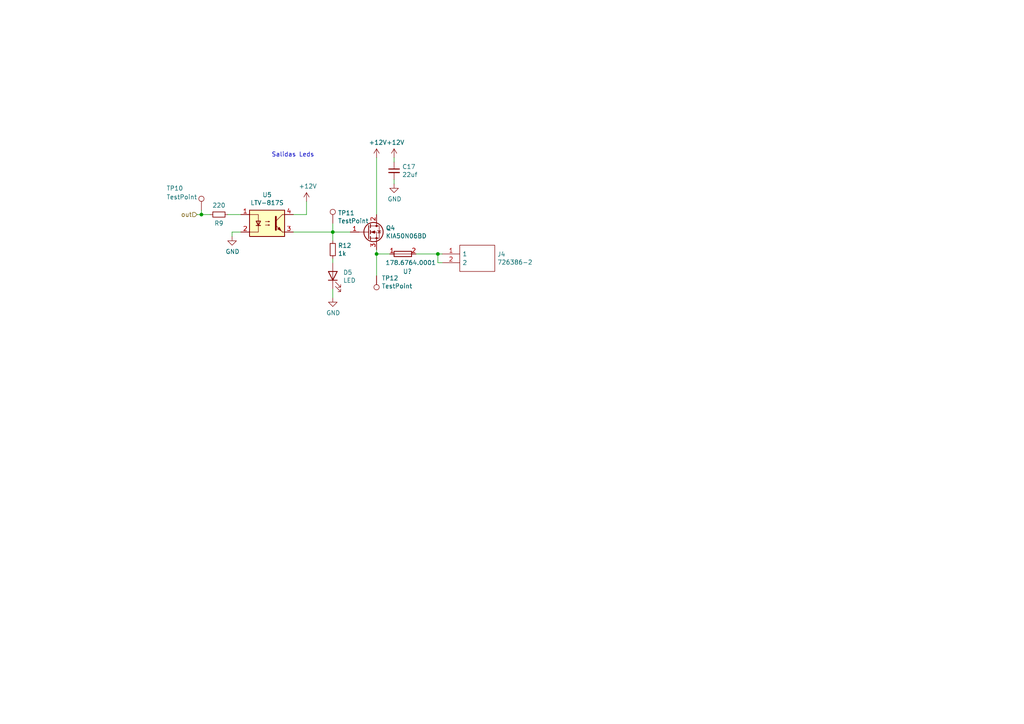
<source format=kicad_sch>
(kicad_sch (version 20230121) (generator eeschema)
  (paper "A4")
  (lib_symbols
    (symbol "Connector:TestPoint" (pin_numbers hide) (pin_names (offset 0.762) hide)
      (property "Reference" "TP" (at 0 6.858 0))
      (property "Value" "TestPoint" (at 0 5.08 0))
      (symbol "TestPoint_0_1"
        (circle (center 0 3.302) (radius 0.762))
      )
      (symbol "TestPoint_1_1"
        (pin passive line (at 0 0 90) (length 2.54) (name "1") (number "1"))
      )
    )
    (symbol "Device:C_Small" (pin_numbers hide) (pin_names (offset 0.254) hide)
      (property "Reference" "C" (at 0.254 1.778 0))
      (property "Value" "C_Small" (at 0.254 -2.032 0))
      (symbol "C_Small_0_1"
        (polyline (pts (xy -1.524 -0.508) (xy 1.524 -0.508)) (stroke (width 0.3302)))
        (polyline (pts (xy -1.524 0.508) (xy 1.524 0.508)) (stroke (width 0.3048)))
      )
      (symbol "C_Small_1_1"
        (pin passive line (at 0 2.54 270) (length 2.032) (name "~") (number "1"))
        (pin passive line (at 0 -2.54 90) (length 2.032) (name "~") (number "2"))
      )
    )
    (symbol "Device:LED" (pin_numbers hide) (pin_names (offset 1.016) hide)
      (property "Reference" "D" (at 0 2.54 0))
      (property "Value" "LED" (at 0 -2.54 0))
      (symbol "LED_0_1"
        (polyline (pts (xy -1.27 -1.27) (xy -1.27 1.27)) (stroke (width 0.254)))
        (polyline (pts (xy -1.27 0) (xy 1.27 0)))
        (polyline (pts (xy 1.27 -1.27) (xy 1.27 1.27) (xy -1.27 0) (xy 1.27 -1.27)) (stroke (width 0.254)))
        (polyline (pts (xy -3.048 -0.762) (xy -4.572 -2.286) (xy -3.81 -2.286) (xy -4.572 -2.286) (xy -4.572 -1.524)))
        (polyline (pts (xy -1.778 -0.762) (xy -3.302 -2.286) (xy -2.54 -2.286) (xy -3.302 -2.286) (xy -3.302 -1.524)))
      )
      (symbol "LED_1_1"
        (pin passive line (at -3.81 0 0) (length 2.54) (name "K") (number "1"))
        (pin passive line (at 3.81 0 180) (length 2.54) (name "A") (number "2"))
      )
    )
    (symbol "Device:R_Small" (pin_numbers hide) (pin_names (offset 0.254) hide)
      (property "Reference" "R" (at 0.762 0.508 0))
      (property "Value" "R_Small" (at 0.762 -1.016 0))
      (symbol "R_Small_0_1"
        (rectangle (start -0.762 1.778) (end 0.762 -1.778) (stroke (width 0.2032)))
      )
      (symbol "R_Small_1_1"
        (pin passive line (at 0 2.54 270) (length 0.762) (name "~") (number "1"))
        (pin passive line (at 0 -2.54 90) (length 0.762) (name "~") (number "2"))
      )
    )
    (symbol "Isolator:LTV-817S" (pin_names (offset 1.016))
      (property "Reference" "U" (at -3.81 5.08 0))
      (property "Value" "LTV-817S" (at 0 -5.08 0))
      (symbol "LTV-817S_1_1"
        (rectangle (start -5.08 3.81) (end 5.08 -3.81) (stroke (width 0.254)) (fill (type background)))
        (polyline (pts (xy -3.175 -0.635) (xy -1.905 -0.635)) (stroke (width 0.254)))
        (polyline (pts (xy 2.54 0.635) (xy 4.445 2.54)))
        (polyline (pts (xy 4.445 -2.54) (xy 2.54 -0.635)) (fill (type outline)))
        (polyline (pts (xy 4.445 -2.54) (xy 5.08 -2.54)))
        (polyline (pts (xy 4.445 2.54) (xy 5.08 2.54)))
        (polyline (pts (xy -5.08 2.54) (xy -2.54 2.54) (xy -2.54 -0.762)))
        (polyline (pts (xy -2.54 -0.635) (xy -2.54 -2.54) (xy -5.08 -2.54)))
        (polyline (pts (xy 2.54 1.905) (xy 2.54 -1.905) (xy 2.54 -1.905)) (stroke (width 0.508)))
        (polyline (pts (xy -2.54 -0.635) (xy -3.175 0.635) (xy -1.905 0.635) (xy -2.54 -0.635)) (stroke (width 0.254)))
        (polyline (pts (xy -0.508 -0.508) (xy 0.762 -0.508) (xy 0.381 -0.635) (xy 0.381 -0.381) (xy 0.762 -0.508)))
        (polyline (pts (xy -0.508 0.508) (xy 0.762 0.508) (xy 0.381 0.381) (xy 0.381 0.635) (xy 0.762 0.508)))
        (polyline (pts (xy 3.048 -1.651) (xy 3.556 -1.143) (xy 4.064 -2.159) (xy 3.048 -1.651) (xy 3.048 -1.651)) (fill (type outline)))
        (pin passive line (at -7.62 2.54 0) (length 2.54) (name "~") (number "1"))
        (pin passive line (at -7.62 -2.54 0) (length 2.54) (name "~") (number "2"))
        (pin passive line (at 7.62 -2.54 180) (length 2.54) (name "~") (number "3"))
        (pin passive line (at 7.62 2.54 180) (length 2.54) (name "~") (number "4"))
      )
    )
    (symbol "Transistor_FET:IRFS4227" (pin_names hide)
      (property "Reference" "Q" (at 5.08 1.905 0))
      (property "Value" "IRFS4227" (at 5.08 0 0))
      (symbol "IRFS4227_0_1"
        (polyline (pts (xy 0.254 0) (xy -2.54 0)))
        (polyline (pts (xy 0.254 1.905) (xy 0.254 -1.905)) (stroke (width 0.254)))
        (polyline (pts (xy 0.762 -1.27) (xy 0.762 -2.286)) (stroke (width 0.254)))
        (polyline (pts (xy 0.762 0.508) (xy 0.762 -0.508)) (stroke (width 0.254)))
        (polyline (pts (xy 0.762 2.286) (xy 0.762 1.27)) (stroke (width 0.254)))
        (polyline (pts (xy 2.54 2.54) (xy 2.54 1.778)))
        (polyline (pts (xy 2.54 -2.54) (xy 2.54 0) (xy 0.762 0)))
        (polyline (pts (xy 0.762 -1.778) (xy 3.302 -1.778) (xy 3.302 1.778) (xy 0.762 1.778)))
        (polyline (pts (xy 1.016 0) (xy 2.032 0.381) (xy 2.032 -0.381) (xy 1.016 0)) (fill (type outline)))
        (polyline (pts (xy 2.794 0.508) (xy 2.921 0.381) (xy 3.683 0.381) (xy 3.81 0.254)))
        (polyline (pts (xy 3.302 0.381) (xy 2.921 -0.254) (xy 3.683 -0.254) (xy 3.302 0.381)))
        (circle (center 1.651 0) (radius 2.794) (stroke (width 0.254)))
        (circle (center 2.54 -1.778) (radius 0.254) (fill (type outline)))
        (circle (center 2.54 1.778) (radius 0.254) (fill (type outline)))
      )
      (symbol "IRFS4227_1_1"
        (pin passive line (at -5.08 0 0) (length 2.54) (name "G") (number "1"))
        (pin passive line (at 2.54 5.08 270) (length 2.54) (name "D") (number "2"))
        (pin passive line (at 2.54 -5.08 90) (length 2.54) (name "S") (number "3"))
      )
    )
    (symbol "jac_board-rescue:178.6764.0001-fuse_holder-jac_board-rescue" (pin_names (offset 0.762))
      (property "Reference" "U" (at 16.51 7.62 0))
      (property "Value" "jac_board-rescue_178.6764.0001-fuse_holder" (at 16.51 5.08 0))
      (symbol "178.6764.0001-fuse_holder-jac_board-rescue_1_1"
        (rectangle (start -0.762 -5.08) (end 0.762 0) (stroke (width 0.254)))
        (polyline (pts (xy 0 0) (xy 0 -5.08)))
        (pin passive line (at 0 1.27 270) (length 1.27) (name "~") (number "1"))
        (pin passive line (at 0 -6.35 90) (length 1.27) (name "~") (number "2"))
      )
    )
    (symbol "jac_board-rescue:726386-2-output_terminal-jac_board-rescue" (pin_names (offset 0.762))
      (property "Reference" "J" (at 16.51 7.62 0))
      (property "Value" "jac_board-rescue_726386-2-output_terminal" (at 16.51 5.08 0))
      (symbol "726386-2-output_terminal-jac_board-rescue_0_0"
        (pin passive line (at 0 0 0) (length 5.08) (name "1") (number "1"))
        (pin passive line (at 0 -2.54 0) (length 5.08) (name "2") (number "2"))
      )
      (symbol "726386-2-output_terminal-jac_board-rescue_0_1"
        (polyline (pts (xy 5.08 2.54) (xy 15.24 2.54) (xy 15.24 -5.08) (xy 5.08 -5.08) (xy 5.08 2.54)) (stroke (width 0.1524)))
      )
    )
    (symbol "power:+12V" (power) (pin_names (offset 0))
      (property "Value" "+12V" (at 0 3.556 0))
      (symbol "+12V_0_1"
        (polyline (pts (xy -0.762 1.27) (xy 0 2.54)))
        (polyline (pts (xy 0 0) (xy 0 2.54)))
        (polyline (pts (xy 0 2.54) (xy 0.762 1.27)))
      )
      (symbol "+12V_1_1"
        (pin power_in line (at 0 0 90) (length 0) hide (name "+12V") (number "1"))
      )
    )
    (symbol "power:GND" (power) (pin_names (offset 0))
      (property "Value" "GND" (at 0 -3.81 0))
      (symbol "GND_0_1"
        (polyline (pts (xy 0 0) (xy 0 -1.27) (xy 1.27 -1.27) (xy 0 -2.54) (xy -1.27 -1.27) (xy 0 -1.27)))
      )
      (symbol "GND_1_1"
        (pin power_in line (at 0 0 270) (length 0) hide (name "GND") (number "1"))
      )
    )
  )
  (junction (at 127 73.66))
  (junction (at 58.42 62.23))
  (junction (at 96.52 67.31))
  (junction (at 109.22 73.66))
  (wire (pts (xy 96.52 67.31) (xy 96.52 69.85)))
  (wire (pts (xy 67.31 67.31) (xy 69.85 67.31)))
  (wire (pts (xy 128.27 73.66) (xy 127 73.66)))
  (wire (pts (xy 58.42 62.23) (xy 60.96 62.23)))
  (wire (pts (xy 109.22 72.39) (xy 109.22 73.66)))
  (wire (pts (xy 128.27 76.2) (xy 127 76.2)))
  (wire (pts (xy 67.31 68.58) (xy 67.31 67.31)))
  (wire (pts (xy 96.52 74.93) (xy 96.52 76.2)))
  (wire (pts (xy 88.9 58.42) (xy 88.9 62.23)))
  (wire (pts (xy 114.3 45.72) (xy 114.3 46.99)))
  (wire (pts (xy 101.6 67.31) (xy 96.52 67.31)))
  (wire (pts (xy 66.04 62.23) (xy 69.85 62.23)))
  (wire (pts (xy 109.22 80.01) (xy 109.22 73.66)))
  (wire (pts (xy 58.42 60.96) (xy 58.42 62.23)))
  (wire (pts (xy 113.03 73.66) (xy 109.22 73.66)))
  (wire (pts (xy 96.52 67.31) (xy 85.09 67.31)))
  (wire (pts (xy 114.3 53.34) (xy 114.3 52.07)))
  (wire (pts (xy 96.52 86.36) (xy 96.52 83.82)))
  (wire (pts (xy 57.15 62.23) (xy 58.42 62.23)))
  (wire (pts (xy 85.09 62.23) (xy 88.9 62.23)))
  (wire (pts (xy 96.52 64.77) (xy 96.52 67.31)))
  (wire (pts (xy 127 76.2) (xy 127 73.66)))
  (wire (pts (xy 120.65 73.66) (xy 127 73.66)))
  (wire (pts (xy 109.22 45.72) (xy 109.22 62.23)))
  (text "Salidas Leds\n" (at 78.74 45.72 0) (effects (font (size 1.27 1.27)) (justify left bottom)))
  (hierarchical_label "out" (shape input) (at 57.15 62.23 180))
  (symbol (lib_id "Device:R_Small") (at 63.5 62.23 270) (unit 1)
    (property "Reference" "R9" (at 63.5 64.77 90))
    (property "Value" "220" (at 63.5 59.563 90))
    (property "Footprint" "Resistor_SMD:R_0603_1608Metric" (effects hide))
    (property "JLCPCB Part #" "C22962" (effects hide))
    (instances (project "jac_board" (path "" (reference "R9") (unit 1)) (path "" (reference "R13") (unit 1)) (path "" (reference "R?") (unit 1))))
  )
  (symbol (lib_id "Device:R_Small") (at 96.52 72.39 180) (unit 1)
    (property "Reference" "R12" (at 98.0186 71.2216 0) (effects (justify right)))
    (property "Value" "1k" (at 98.0186 73.533 0) (effects (justify right)))
    (property "Footprint" "Resistor_SMD:R_0603_1608Metric" (effects hide))
    (property "JLCPCB Part #" "C21190" (effects hide))
    (instances (project "jac_board" (path "" (reference "R12") (unit 1)) (path "" (reference "R16") (unit 1)) (path "" (reference "R?") (unit 1))))
  )
  (symbol (lib_id "Device:LED") (at 96.52 80.01 90) (unit 1)
    (property "Reference" "D5" (at 99.5172 79.0194 90) (effects (justify right)))
    (property "Value" "LED" (at 99.5172 81.3308 90) (effects (justify right)))
    (property "Footprint" "LED_SMD:LED_0805_2012Metric" (effects hide))
    (property "JLCPCB Part #" "C84256" (effects hide))
    (instances (project "jac_board" (path "" (reference "D5") (unit 1)) (path "" (reference "D6") (unit 1)) (path "" (reference "D?") (unit 1))))
  )
  (symbol (lib_id "power:GND") (at 67.31 68.58 0) (unit 1)
    (property "Reference" "#PWR013" (effects hide))
    (property "Value" "GND" (at 67.437 72.9742 0))
    (instances (project "jac_board" (path "" (reference "#PWR013") (unit 1)) (path "" (reference "#PWR017") (unit 1)) (path "" (reference "#PWR?") (unit 1))))
  )
  (symbol (lib_id "Isolator:LTV-817S") (at 77.47 64.77 0) (unit 1)
    (property "Reference" "U5" (at 77.47 56.515 0))
    (property "Value" "LTV-817S" (at 77.47 58.8264 0))
    (property "Footprint" "Package_DIP:SMDIP-4_W9.53mm" (effects hide))
    (property "Datasheet" "http://www.us.liteon.com/downloads/LTV-817-827-847.PDF" (effects hide))
    (property "JLCPCB Part #" "C189217" (effects hide))
    (instances (project "jac_board" (path "" (reference "U5") (unit 1)) (path "" (reference "U7") (unit 1)) (path "" (reference "U?") (unit 1))))
  )
  (symbol (lib_id "jac_board-rescue:178.6764.0001-fuse_holder-jac_board-rescue") (at 114.3 73.66 90) (unit 1)
    (property "Reference" "U?" (at 116.84 78.74 90) (effects (justify right)))
    (property "Value" "178.6764.0001" (at 111.76 76.2 90) (effects (justify right)))
    (property "Footprint" "fuse_holder:17867640001" (effects hide))
    (property "Datasheet" "http://www.littelfuse.com/~/media/commercial-vehicle/datasheets/automotive-fuse-holders/mini/littelfuse-fuseholder-mini-fl1-pcb-mount.pdf" (effects hide))
    (property "Description" "LITTELFUSE - 178.6764.0001 - FUSE HOLDER, PCB, FK1 BLADE" (effects hide))
    (property "Height" "15" (effects hide))
    (property "Mouser Part Number" "576-178.6764.0001" (effects hide))
    (property "Mouser Price/Stock" "https://www.mouser.co.uk/ProductDetail/Littelfuse/17867640001?qs=gu7KAQ731UTQ5alyjBY5mw%3D%3D" (effects hide))
    (property "Manufacturer_Name" "LITTELFUSE" (effects hide))
    (property "Manufacturer_Part_Number" "178.6764.0001" (effects hide))
    (property "JLCPCB Part #" "C142933" (effects hide))
    (instances (project "jac_board" (path "" (reference "U?") (unit 1)) (path "" (reference "U?") (unit 1)) (path "" (reference "U8") (unit 1)) (path "" (reference "U6") (unit 1))))
  )
  (symbol (lib_id "power:+12V") (at 109.22 45.72 0) (unit 1)
    (property "Reference" "#PWR016" (effects hide))
    (property "Value" "+12V" (at 109.601 41.3258 0))
    (instances (project "jac_board" (path "" (reference "#PWR016") (unit 1)) (path "" (reference "#PWR020") (unit 1)) (path "" (reference "#PWR?") (unit 1))))
  )
  (symbol (lib_id "jac_board-rescue:726386-2-output_terminal-jac_board-rescue") (at 128.27 73.66 0) (unit 1)
    (property "Reference" "J4" (at 144.2212 73.7616 0) (effects (justify left)))
    (property "Value" "726386-2" (at 144.2212 76.073 0) (effects (justify left)))
    (property "Footprint" "output_terminal:726386-2" (effects hide))
    (property "Datasheet" "http://www.te.com/commerce/DocumentDelivery/DDEController?Action=showdoc&DocId=Customer+Drawing%7F726386%7FG%7Fpdf%7FEnglish%7FENG_CD_726386_G.pdf%7F1-726386-2" (effects hide))
    (property "Description" "AMP - TE CONNECTIVITY - 726386-2 - TAB, STRAIGHT, 6.3X0.8MM" (effects hide))
    (property "Mouser Part Number" "571-726386-2" (effects hide))
    (property "Mouser Price/Stock" "https://www.mouser.co.uk/ProductDetail/TE-Connectivity-AMP/726386-2?qs=sd1rtLGwt4569WB7PEOdPA%3D%3D" (effects hide))
    (property "Manufacturer_Name" "TE Connectivity" (effects hide))
    (property "Manufacturer_Part_Number" "726386-2" (effects hide))
    (property "JLCPCB Part #" "C305817" (effects hide))
    (instances (project "jac_board" (path "" (reference "J4") (unit 1)) (path "" (reference "J5") (unit 1)) (path "" (reference "J?") (unit 1))))
  )
  (symbol (lib_id "power:+12V") (at 88.9 58.42 0) (unit 1)
    (property "Reference" "#PWR014" (effects hide))
    (property "Value" "+12V" (at 89.281 54.0258 0))
    (instances (project "jac_board" (path "" (reference "#PWR014") (unit 1)) (path "" (reference "#PWR018") (unit 1)) (path "" (reference "#PWR?") (unit 1))))
  )
  (symbol (lib_id "Device:C_Small") (at 114.3 49.53 0) (unit 1)
    (property "Reference" "C17" (at 116.6368 48.3616 0) (effects (justify left)))
    (property "Value" "22uf" (at 116.6368 50.673 0) (effects (justify left)))
    (property "Footprint" "Capacitor_SMD:C_0805_2012Metric" (effects hide))
    (property "JLCPCB Part #" "C45783" (effects hide))
    (instances (project "jac_board" (path "" (reference "C17") (unit 1)) (path "" (reference "C16") (unit 1))))
  )
  (symbol (lib_id "power:+12V") (at 114.3 45.72 0) (unit 1)
    (property "Reference" "#PWR015" (effects hide))
    (property "Value" "+12V" (at 114.681 41.3258 0))
    (instances (project "jac_board" (path "" (reference "#PWR015") (unit 1)) (path "" (reference "#PWR021") (unit 1)) (path "" (reference "#PWR?") (unit 1))))
  )
  (symbol (lib_id "power:GND") (at 114.3 53.34 0) (unit 1)
    (property "Reference" "#PWR019" (effects hide))
    (property "Value" "GND" (at 114.427 57.7342 0))
    (instances (project "jac_board" (path "" (reference "#PWR019") (unit 1)) (path "" (reference "#PWR022") (unit 1)) (path "" (reference "#PWR?") (unit 1))))
  )
  (symbol (lib_id "Connector:TestPoint") (at 58.42 60.96 0) (unit 1)
    (property "Reference" "TP10" (at 48.26 54.61 0) (effects (justify left)))
    (property "Value" "TestPoint" (at 48.26 57.15 0) (effects (justify left)))
    (property "Footprint" "TestPoint:TestPoint_Pad_2.0x2.0mm" (effects hide))
    (instances (project "jac_board" (path "" (reference "TP10") (unit 1)) (path "" (reference "TP7") (unit 1))))
  )
  (symbol (lib_id "Connector:TestPoint") (at 96.52 64.77 0) (unit 1)
    (property "Reference" "TP11" (at 97.9932 61.7728 0) (effects (justify left)))
    (property "Value" "TestPoint" (at 97.9932 64.0842 0) (effects (justify left)))
    (property "Footprint" "TestPoint:TestPoint_Pad_2.0x2.0mm" (effects hide))
    (instances (project "jac_board" (path "" (reference "TP11") (unit 1)) (path "" (reference "TP8") (unit 1))))
  )
  (symbol (lib_id "Connector:TestPoint") (at 109.22 80.01 180) (unit 1)
    (property "Reference" "TP12" (at 110.6932 80.6704 0) (effects (justify right)))
    (property "Value" "TestPoint" (at 110.6932 82.9818 0) (effects (justify right)))
    (property "Footprint" "TestPoint:TestPoint_Pad_2.0x2.0mm" (effects hide))
    (instances (project "jac_board" (path "" (reference "TP12") (unit 1)) (path "" (reference "TP9") (unit 1))))
  )
  (symbol (lib_id "Transistor_FET:IRFS4227") (at 106.68 67.31 0) (unit 1)
    (property "Reference" "Q4" (at 111.887 66.1416 0) (effects (justify left)))
    (property "Value" "KIA50N06BD" (at 111.887 68.453 0) (effects (justify left)))
    (property "Footprint" "Package_TO_SOT_SMD:TO-252-2" (effects hide))
    (property "Datasheet" "https://www.infineon.com/dgdl/irfs4227pbf.pdf?fileId=5546d462533600a401535639ef64219b" (effects hide))
    (property "JLCPCB Part #" "C130980" (effects hide))
    (instances (project "jac_board" (path "" (reference "Q4") (unit 1)) (path "" (reference "Q3") (unit 1))))
  )
  (symbol (lib_id "power:GND") (at 96.52 86.36 0) (unit 1)
    (property "Reference" "#PWR0103" (effects hide))
    (property "Value" "GND" (at 96.647 90.7542 0))
    (instances (project "jac_board" (path "" (reference "#PWR0103") (unit 1)) (path "" (reference "#PWR0104") (unit 1)) (path "" (reference "#PWR?") (unit 1))))
  )
)
</source>
